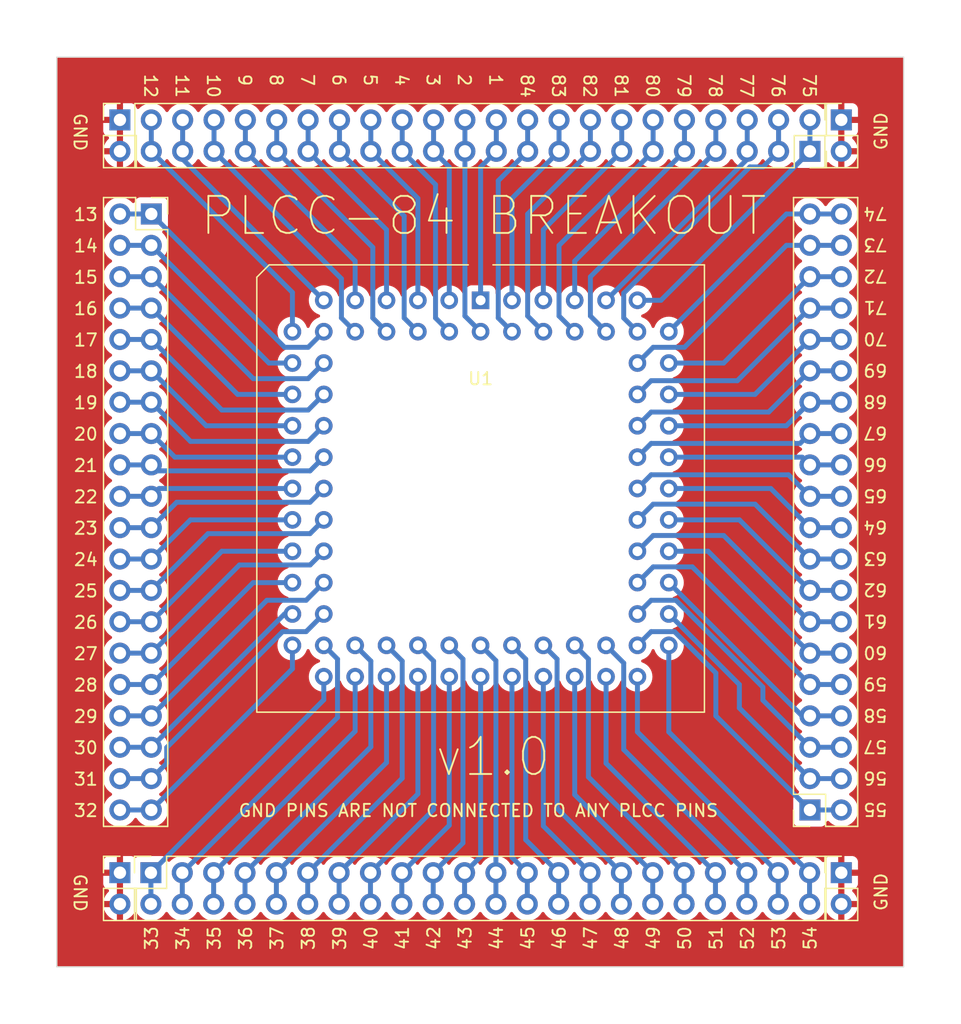
<source format=kicad_pcb>
(kicad_pcb (version 20221018) (generator pcbnew)
  (layers (0 "F.Cu" signal) (31 "B.Cu" signal) (34 "B.Paste" user) (35 "F.Paste" user) (36 "B.SilkS" user "B.Silkscreen") (37 "F.SilkS" user "F.Silkscreen") (38 "B.Mask" user) (39 "F.Mask" user) (44 "Edge.Cuts" user))
  (net 0 "")
  (net 1 "/1")
  (net 2 "/2")
  (net 3 "/3")
  (net 4 "/4")
  (net 5 "/5")
  (net 6 "/6")
  (net 7 "/7")
  (net 8 "/8")
  (net 9 "/9")
  (net 10 "/10")
  (net 11 "/11")
  (net 12 "/12")
  (net 13 "/13")
  (net 14 "/14")
  (net 15 "/15")
  (net 16 "/16")
  (net 17 "/17")
  (net 18 "/18")
  (net 19 "/19")
  (net 20 "/20")
  (net 21 "/21")
  (net 22 "/22")
  (net 23 "/23")
  (net 24 "/24")
  (net 25 "/25")
  (net 26 "/26")
  (net 27 "/27")
  (net 28 "/28")
  (net 29 "/29")
  (net 30 "/30")
  (net 31 "/31")
  (net 32 "/32")
  (net 33 "/33")
  (net 34 "/34")
  (net 35 "/35")
  (net 36 "/36")
  (net 37 "/37")
  (net 38 "/38")
  (net 39 "/39")
  (net 40 "/40")
  (net 41 "/41")
  (net 42 "/42")
  (net 43 "/43")
  (net 44 "/44")
  (net 45 "/45")
  (net 46 "/46")
  (net 47 "/47")
  (net 48 "/48")
  (net 49 "/49")
  (net 50 "/50")
  (net 51 "/51")
  (net 52 "/52")
  (net 53 "/53")
  (net 54 "/54")
  (net 55 "/55")
  (net 56 "/56")
  (net 57 "/57")
  (net 58 "/58")
  (net 59 "/59")
  (net 60 "/60")
  (net 61 "/61")
  (net 62 "/62")
  (net 63 "/63")
  (net 64 "/64")
  (net 65 "/65")
  (net 66 "/66")
  (net 67 "/67")
  (net 68 "/68")
  (net 69 "/69")
  (net 70 "/70")
  (net 71 "/71")
  (net 72 "/72")
  (net 73 "/73")
  (net 74 "/74")
  (net 75 "/75")
  (net 76 "/76")
  (net 77 "/77")
  (net 78 "/78")
  (net 79 "/79")
  (net 80 "/80")
  (net 81 "/81")
  (net 82 "/82")
  (net 83 "/83")
  (net 84 "/84")
  (net 85 "GND")
  (footprint "Connector_PinSocket_2.54mm:PinSocket_2x22_P2.54mm_Vertical" (layer "F.Cu") (at 111.73 124.46 90)
    (fp_text reference "J3" hide)
    (fp_text value "Conn_02x22_Row_Letter_Last")
  )
  (footprint "Connector_PinHeader_2.54mm:PinHeader_1x02_P2.54mm_Vertical" (layer "F.Cu") (at 167.64 63.5)
    (fp_text reference "J8" hide)
    (fp_text value "Conn_01x02")
  )
  (footprint "Connector_PinHeader_2.54mm:PinHeader_1x02_P2.54mm_Vertical" (layer "F.Cu") (at 167.64 124.46)
    (fp_text reference "J7" hide)
    (fp_text value "Conn_01x02")
  )
  (footprint "Connector_PinSocket_2.54mm:PinSocket_2x22_P2.54mm_Vertical" (layer "F.Cu") (at 165.1 66.045 -90)
    (fp_text reference "J1" hide)
    (fp_text value "Conn_02x22_Row_Letter_Last")
  )
  (footprint "Connector_PinHeader_2.54mm:PinHeader_1x02_P2.54mm_Vertical" (layer "F.Cu") (at 109.22 124.46)
    (fp_text reference "J6" hide)
    (fp_text value "Conn_01x02")
  )
  (footprint "Package_LCC:PLCC-84_THT-Socket" (layer "F.Cu") (at 138.43 78.11)
    (fp_text reference "U1")
    (fp_text value "~")
  )
  (footprint "Connector_PinSocket_2.54mm:PinSocket_2x20_P2.54mm_Vertical" (layer "F.Cu") (at 111.76 71.12)
    (fp_text reference "J2" hide)
    (fp_text value "Conn_02x20_Row_Letter_Last")
  )
  (footprint "Connector_PinHeader_2.54mm:PinHeader_1x02_P2.54mm_Vertical" (layer "F.Cu") (at 109.22 63.5)
    (fp_text reference "J5" hide)
    (fp_text value "Conn_01x02")
  )
  (footprint "Connector_PinSocket_2.54mm:PinSocket_2x20_P2.54mm_Vertical" (layer "F.Cu") (at 165.1 119.38 180)
    (fp_text reference "J4" hide)
    (fp_text value "Conn_02x20_Row_Letter_Last")
  )
  (gr_rect (start 104.11 58.42) (end 172.69 132.08) (stroke (width 0.1)) (fill none) (layer "Edge.Cuts"))
  (gr_text "27" (at 105.41 107.315) (layer "F.SilkS") (effects (font (size 1 1)) (justify left bottom)))
  (gr_text "14" (at 105.41 74.295) (layer "F.SilkS") (effects (font (size 1 1)) (justify left bottom)))
  (gr_text "33" (at 112.365 130.81 90) (layer "F.SilkS") (effects (font (size 1 1)) (justify left bottom)))
  (gr_text "79" (at 154.305 59.695 -90) (layer "F.SilkS") (effects (font (size 1 1)) (justify left bottom)))
  (gr_text "54" (at 165.705 130.81 90) (layer "F.SilkS") (effects (font (size 1 1)) (justify left bottom)))
  (gr_text "42" (at 135.225 130.81 90) (layer "F.SilkS") (effects (font (size 1 1)) (justify left bottom)))
  (gr_text "38" (at 125.065 130.81 90) (layer "F.SilkS") (effects (font (size 1 1)) (justify left bottom)))
  (gr_text "68" (at 171.45 85.725 180) (layer "F.SilkS") (effects (font (size 1 1)) (justify left bottom)))
  (gr_text "65" (at 171.45 93.345 180) (layer "F.SilkS") (effects (font (size 1 1)) (justify left bottom)))
  (gr_text "40" (at 130.145 130.81 90) (layer "F.SilkS") (effects (font (size 1 1)) (justify left bottom)))
  (gr_text "70" (at 171.45 80.645 180) (layer "F.SilkS") (effects (font (size 1 1)) (justify left bottom)))
  (gr_text "11" (at 113.665 59.695 -90) (layer "F.SilkS") (effects (font (size 1 1)) (justify left bottom)))
  (gr_text "17" (at 105.41 81.915) (layer "F.SilkS") (effects (font (size 1 1)) (justify left bottom)))
  (gr_text "41" (at 132.685 130.81 90) (layer "F.SilkS") (effects (font (size 1 1)) (justify left bottom)))
  (gr_text "78" (at 156.845 59.695 -90) (layer "F.SilkS") (effects (font (size 1 1)) (justify left bottom)))
  (gr_text "75" (at 164.465 59.695 -90) (layer "F.SilkS") (effects (font (size 1 1)) (justify left bottom)))
  (gr_text "1" (at 139.065 59.695 -90) (layer "F.SilkS") (effects (font (size 1 1)) (justify left bottom)))
  (gr_text "77" (at 159.385 59.695 -90) (layer "F.SilkS") (effects (font (size 1 1)) (justify left bottom)))
  (gr_text "37" (at 122.525 130.81 90) (layer "F.SilkS") (effects (font (size 1 1)) (justify left bottom)))
  (gr_text "GND" (at 171.45 127.635 90) (layer "F.SilkS") (effects (font (size 1 1)) (justify left bottom)))
  (gr_text "28" (at 105.41 109.855) (layer "F.SilkS") (effects (font (size 1 1)) (justify left bottom)))
  (gr_text "23" (at 105.41 97.155) (layer "F.SilkS") (effects (font (size 1 1)) (justify left bottom)))
  (gr_text "25" (at 105.41 102.235) (layer "F.SilkS") (effects (font (size 1 1)) (justify left bottom)))
  (gr_text "34" (at 114.905 130.81 90) (layer "F.SilkS") (effects (font (size 1 1)) (justify left bottom)))
  (gr_text "76" (at 161.925 59.695 -90) (layer "F.SilkS") (effects (font (size 1 1)) (justify left bottom)))
  (gr_text "49" (at 153.005 130.81 90) (layer "F.SilkS") (effects (font (size 1 1)) (justify left bottom)))
  (gr_text "73" (at 171.45 73.025 180) (layer "F.SilkS") (effects (font (size 1 1)) (justify left bottom)))
  (gr_text "80" (at 151.765 59.695 -90) (layer "F.SilkS") (effects (font (size 1 1)) (justify left bottom)))
  (gr_text "47" (at 147.925 130.81 90) (layer "F.SilkS") (effects (font (size 1 1)) (justify left bottom)))
  (gr_text "51" (at 158.085 130.81 90) (layer "F.SilkS") (effects (font (size 1 1)) (justify left bottom)))
  (gr_text "69" (at 171.45 83.185 180) (layer "F.SilkS") (effects (font (size 1 1)) (justify left bottom)))
  (gr_text "64" (at 171.45 95.885 180) (layer "F.SilkS") (effects (font (size 1 1)) (justify left bottom)))
  (gr_text "12" (at 111.125 59.695 -90) (layer "F.SilkS") (effects (font (size 1 1)) (justify left bottom)))
  (gr_text "6" (at 126.365 59.695 -90) (layer "F.SilkS") (effects (font (size 1 1)) (justify left bottom)))
  (gr_text "62" (at 171.45 100.965 180) (layer "F.SilkS") (effects (font (size 1 1)) (justify left bottom)))
  (gr_text "GND PINS ARE NOT CONNECTED TO ANY PLCC PINS" (at 118.745 120.015) (layer "F.SilkS") (effects (font (size 1 1)) (justify left bottom)))
  (gr_text "57" (at 171.45 113.665 180) (layer "F.SilkS") (effects (font (size 1 1)) (justify left bottom)))
  (gr_text "74" (at 171.45 70.485 180) (layer "F.SilkS") (effects (font (size 1 1)) (justify left bottom)))
  (gr_text "10" (at 116.205 59.695 -90) (layer "F.SilkS") (effects (font (size 1 1)) (justify left bottom)))
  (gr_text "60" (at 171.45 106.045 180) (layer "F.SilkS") (effects (font (size 1 1)) (justify left bottom)))
  (gr_text "81" (at 149.225 59.695 -90) (layer "F.SilkS") (effects (font (size 1 1)) (justify left bottom)))
  (gr_text "7" (at 123.825 59.695 -90) (layer "F.SilkS") (effects (font (size 1 1)) (justify left bottom)))
  (gr_text "71" (at 171.45 78.105 180) (layer "F.SilkS") (effects (font (size 1 1)) (justify left bottom)))
  (gr_text "50" (at 155.545 130.81 90) (layer "F.SilkS") (effects (font (size 1 1)) (justify left bottom)))
  (gr_text "19" (at 105.41 86.995) (layer "F.SilkS") (effects (font (size 1 1)) (justify left bottom)))
  (gr_text "53" (at 163.165 130.81 90) (layer "F.SilkS") (effects (font (size 1 1)) (justify left bottom)))
  (gr_text "35" (at 117.445 130.81 90) (layer "F.SilkS") (effects (font (size 1 1)) (justify left bottom)))
  (gr_text "59" (at 171.45 108.585 180) (layer "F.SilkS") (effects (font (size 1 1)) (justify left bottom)))
  (gr_text "v1.0" (at 134.62 116.84) (layer "F.SilkS") (effects (font (size 3 3)) (justify left bottom)))
  (gr_text "22" (at 105.41 94.615) (layer "F.SilkS") (effects (font (size 1 1)) (justify left bottom)))
  (gr_text "8" (at 121.285 59.695 -90) (layer "F.SilkS") (effects (font (size 1 1)) (justify left bottom)))
  (gr_text "21" (at 105.41 92.075) (layer "F.SilkS") (effects (font (size 1 1)) (justify left bottom)))
  (gr_text "29" (at 105.41 112.395) (layer "F.SilkS") (effects (font (size 1 1)) (justify left bottom)))
  (gr_text "63" (at 171.45 98.425 180) (layer "F.SilkS") (effects (font (size 1 1)) (justify left bottom)))
  (gr_text "32" (at 105.41 120.015) (layer "F.SilkS") (effects (font (size 1 1)) (justify left bottom)))
  (gr_text "58" (at 171.45 111.125 180) (layer "F.SilkS") (effects (font (size 1 1)) (justify left bottom)))
  (gr_text "72" (at 171.45 75.565 180) (layer "F.SilkS") (effects (font (size 1 1)) (justify left bottom)))
  (gr_text "GND" (at 105.41 62.865 -90) (layer "F.SilkS") (effects (font (size 1 1)) (justify left bottom)))
  (gr_text "82" (at 146.685 59.695 -90) (layer "F.SilkS") (effects (font (size 1 1)) (justify left bottom)))
  (gr_text "56" (at 171.45 116.205 180) (layer "F.SilkS") (effects (font (size 1 1)) (justify left bottom)))
  (gr_text "83" (at 144.145 59.695 -90) (layer "F.SilkS") (effects (font (size 1 1)) (justify left bottom)))
  (gr_text "24" (at 105.41 99.695) (layer "F.SilkS") (effects (font (size 1 1)) (justify left bottom)))
  (gr_text "16" (at 105.41 79.375) (layer "F.SilkS") (effects (font (size 1 1)) (justify left bottom)))
  (gr_text "55" (at 171.45 118.745 180) (layer "F.SilkS") (effects (font (size 1 1)) (justify left bottom)))
  (gr_text "13" (at 105.41 71.755) (layer "F.SilkS") (effects (font (size 1 1)) (justify left bottom)))
  (gr_text "46" (at 145.385 130.81 90) (layer "F.SilkS") (effects (font (size 1 1)) (justify left bottom)))
  (gr_text "84" (at 141.605 59.695 -90) (layer "F.SilkS") (effects (font (size 1 1)) (justify left bottom)))
  (gr_text "5" (at 128.905 59.695 -90) (layer "F.SilkS") (effects (font (size 1 1)) (justify left bottom)))
  (gr_text "2" (at 136.525 59.695 -90) (layer "F.SilkS") (effects (font (size 1 1)) (justify left bottom)))
  (gr_text "52" (at 160.625 130.81 90) (layer "F.SilkS") (effects (font (size 1 1)) (justify left bottom)))
  (gr_text "31" (at 105.41 117.475) (layer "F.SilkS") (effects (font (size 1 1)) (justify left bottom)))
  (gr_text "48" (at 150.465 130.81 90) (layer "F.SilkS") (effects (font (size 1 1)) (justify left bottom)))
  (gr_text "9" (at 118.745 59.695 -90) (layer "F.SilkS") (effects (font (size 1 1)) (justify left bottom)))
  (gr_text "43" (at 137.765 130.81 90) (layer "F.SilkS") (effects (font (size 1 1)) (justify left bottom)))
  (gr_text "15" (at 105.41 76.835) (layer "F.SilkS") (effects (font (size 1 1)) (justify left bottom)))
  (gr_text "18" (at 105.41 84.455) (layer "F.SilkS") (effects (font (size 1 1)) (justify left bottom)))
  (gr_text "45" (at 142.845 130.81 90) (layer "F.SilkS") (effects (font (size 1 1)) (justify left bottom)))
  (gr_text "39" (at 127.605 130.81 90) (layer "F.SilkS") (effects (font (size 1 1)) (justify left bottom)))
  (gr_text "20" (at 105.41 89.535) (layer "F.SilkS") (effects (font (size 1 1)) (justify left bottom)))
  (gr_text "3" (at 133.985 59.695 -90) (layer "F.SilkS") (effects (font (size 1 1)) (justify left bottom)))
  (gr_text "36" (at 119.985 130.81 90) (layer "F.SilkS") (effects (font (size 1 1)) (justify left bottom)))
  (gr_text "PLCC-84 BREAKOUT" (at 115.57 73.03) (layer "F.SilkS") (effects (font (size 3 3)) (justify left bottom)))
  (gr_text "26" (at 105.41 104.775) (layer "F.SilkS") (effects (font (size 1 1)) (justify left bottom)))
  (gr_text "4" (at 131.445 59.695 -90) (layer "F.SilkS") (effects (font (size 1 1)) (justify left bottom)))
  (gr_text "66" (at 171.45 90.805 180) (layer "F.SilkS") (effects (font (size 1 1)) (justify left bottom)))
  (gr_text "67" (at 171.45 88.265 180) (layer "F.SilkS") (effects (font (size 1 1)) (justify left bottom)))
  (gr_text "GND" (at 105.41 124.46 -90) (layer "F.SilkS") (effects (font (size 1 1)) (justify left bottom)))
  (gr_text "30" (at 105.41 114.935) (layer "F.SilkS") (effects (font (size 1 1)) (justify left bottom)))
  (gr_text "61" (at 171.45 103.505 180) (layer "F.SilkS") (effects (font (size 1 1)) (justify left bottom)))
  (gr_text "GND" (at 171.45 66.04 90) (layer "F.SilkS") (effects (font (size 1 1)) (justify left bottom)))
  (gr_text "44" (at 140.305 130.81 90) (layer "F.SilkS") (effects (font (size 1 1)) (justify left bottom)))
  (segment (start 138.43 78.11) (end 138.43 67.315) (width 0.4) (layer "B.Cu") (net 1))
  (segment (start 139.7 63.505) (end 139.7 66.045) (width 0.4) (layer "B.Cu") (net 1))
  (segment (start 138.43 67.315) (end 139.7 66.045) (width 0.4) (layer "B.Cu") (net 1))
  (segment (start 137.16 79.38) (end 137.16 66.045) (width 0.4) (layer "B.Cu") (net 2))
  (segment (start 138.43 80.65) (end 137.16 79.38) (width 0.4) (layer "B.Cu") (net 2))
  (segment (start 137.16 63.505) (end 137.16 66.045) (width 0.4) (layer "B.Cu") (net 2))
  (segment (start 134.62 63.505) (end 134.62 66.045) (width 0.4) (layer "B.Cu") (net 3))
  (segment (start 135.89 67.315) (end 134.62 66.045) (width 0.4) (layer "B.Cu") (net 3))
  (segment (start 135.89 78.11) (end 135.89 67.315) (width 0.4) (layer "B.Cu") (net 3))
  (segment (start 132.08 63.505) (end 132.08 66.045) (width 0.4) (layer "B.Cu") (net 4))
  (segment (start 134.7788 68.7438) (end 132.08 66.045) (width 0.4) (layer "B.Cu") (net 4))
  (segment (start 134.7788 79.5388) (end 134.7788 68.7438) (width 0.4) (layer "B.Cu") (net 4))
  (segment (start 135.89 80.65) (end 134.7788 79.5388) (width 0.4) (layer "B.Cu") (net 4))
  (segment (start 129.54 63.505) (end 129.54 66.045) (width 0.4) (layer "B.Cu") (net 5))
  (segment (start 133.35 69.855) (end 129.54 66.045) (width 0.4) (layer "B.Cu") (net 5))
  (segment (start 133.35 78.11) (end 133.35 69.855) (width 0.4) (layer "B.Cu") (net 5))
  (segment (start 132.2388 79.5388) (end 132.2388 71.2838) (width 0.4) (layer "B.Cu") (net 6))
  (segment (start 127 63.505) (end 127 66.045) (width 0.4) (layer "B.Cu") (net 6))
  (segment (start 133.35 80.65) (end 132.2388 79.5388) (width 0.4) (layer "B.Cu") (net 6))
  (segment (start 132.2388 71.2838) (end 127 66.045) (width 0.4) (layer "B.Cu") (net 6))
  (segment (start 130.81 78.11) (end 130.81 72.395) (width 0.4) (layer "B.Cu") (net 7))
  (segment (start 124.46 63.505) (end 124.46 66.045) (width 0.4) (layer "B.Cu") (net 7))
  (segment (start 130.81 72.395) (end 124.46 66.045) (width 0.4) (layer "B.Cu") (net 7))
  (segment (start 129.6988 73.8238) (end 121.92 66.045) (width 0.4) (layer "B.Cu") (net 8))
  (segment (start 129.6988 79.5388) (end 129.6988 73.8238) (width 0.4) (layer "B.Cu") (net 8))
  (segment (start 121.92 63.505) (end 121.92 66.045) (width 0.4) (layer "B.Cu") (net 8))
  (segment (start 130.81 80.65) (end 129.6988 79.5388) (width 0.4) (layer "B.Cu") (net 8))
  (segment (start 128.27 74.935) (end 119.38 66.045) (width 0.4) (layer "B.Cu") (net 9))
  (segment (start 119.38 63.505) (end 119.38 66.045) (width 0.4) (layer "B.Cu") (net 9))
  (segment (start 128.27 78.11) (end 128.27 74.935) (width 0.4) (layer "B.Cu") (net 9))
  (segment (start 127.1588 79.5388) (end 127.1588 76.3638) (width 0.4) (layer "B.Cu") (net 10))
  (segment (start 128.27 80.65) (end 127.1588 79.5388) (width 0.4) (layer "B.Cu") (net 10))
  (segment (start 116.84 63.505) (end 116.84 66.045) (width 0.4) (layer "B.Cu") (net 10))
  (segment (start 127.1588 76.3638) (end 116.84 66.045) (width 0.4) (layer "B.Cu") (net 10))
  (segment (start 114.3 66.68) (end 114.3 66.045) (width 0.4) (layer "B.Cu") (net 11))
  (segment (start 125.73 78.11) (end 114.3 66.68) (width 0.4) (layer "B.Cu") (net 11))
  (segment (start 114.3 63.505) (end 114.3 66.045) (width 0.4) (layer "B.Cu") (net 11))
  (segment (start 111.76 63.505) (end 111.76 66.045) (width 0.4) (layer "B.Cu") (net 12))
  (segment (start 123.19 80.65) (end 123.19 77.475) (width 0.4) (layer "B.Cu") (net 12))
  (segment (start 123.19 77.475) (end 111.76 66.045) (width 0.4) (layer "B.Cu") (net 12))
  (segment (start 122.555 81.915) (end 111.76 71.12) (width 0.4) (layer "B.Cu") (net 13))
  (segment (start 125.73 80.65) (end 124.465 81.915) (width 0.4) (layer "B.Cu") (net 13))
  (segment (start 111.76 71.12) (end 109.22 71.12) (width 0.4) (layer "B.Cu") (net 13))
  (segment (start 124.465 81.915) (end 122.555 81.915) (width 0.4) (layer "B.Cu") (net 13))
  (segment (start 123.19 83.19) (end 121.29 83.19) (width 0.4) (layer "B.Cu") (net 14))
  (segment (start 121.29 83.19) (end 111.76 73.66) (width 0.4) (layer "B.Cu") (net 14))
  (segment (start 109.22 73.66) (end 111.76 73.66) (width 0.4) (layer "B.Cu") (net 14))
  (segment (start 111.76 76.2) (end 109.22 76.2) (width 0.4) (layer "B.Cu") (net 15))
  (segment (start 125.73 83.19) (end 124.465 84.455) (width 0.4) (layer "B.Cu") (net 15))
  (segment (start 120.015 84.455) (end 111.76 76.2) (width 0.4) (layer "B.Cu") (net 15))
  (segment (start 124.465 84.455) (end 120.015 84.455) (width 0.4) (layer "B.Cu") (net 15))
  (segment (start 118.75 85.73) (end 111.76 78.74) (width 0.4) (layer "B.Cu") (net 16))
  (segment (start 109.22 78.74) (end 111.76 78.74) (width 0.4) (layer "B.Cu") (net 16))
  (segment (start 123.19 85.73) (end 118.75 85.73) (width 0.4) (layer "B.Cu") (net 16))
  (segment (start 117.475 86.995) (end 111.76 81.28) (width 0.4) (layer "B.Cu") (net 17))
  (segment (start 111.76 81.28) (end 109.22 81.28) (width 0.4) (layer "B.Cu") (net 17))
  (segment (start 125.73 85.73) (end 124.465 86.995) (width 0.4) (layer "B.Cu") (net 17))
  (segment (start 124.465 86.995) (end 117.475 86.995) (width 0.4) (layer "B.Cu") (net 17))
  (segment (start 109.22 83.82) (end 111.76 83.82) (width 0.4) (layer "B.Cu") (net 18))
  (segment (start 116.21 88.27) (end 111.76 83.82) (width 0.4) (layer "B.Cu") (net 18))
  (segment (start 123.19 88.27) (end 116.21 88.27) (width 0.4) (layer "B.Cu") (net 18))
  (segment (start 124.465 89.535) (end 114.935 89.535) (width 0.4) (layer "B.Cu") (net 19))
  (segment (start 114.935 89.535) (end 111.76 86.36) (width 0.4) (layer "B.Cu") (net 19))
  (segment (start 111.76 86.36) (end 109.22 86.36) (width 0.4) (layer "B.Cu") (net 19))
  (segment (start 125.73 88.27) (end 124.465 89.535) (width 0.4) (layer "B.Cu") (net 19))
  (segment (start 109.22 88.9) (end 111.76 88.9) (width 0.4) (layer "B.Cu") (net 20))
  (segment (start 123.19 90.81) (end 113.67 90.81) (width 0.4) (layer "B.Cu") (net 20))
  (segment (start 113.67 90.81) (end 111.76 88.9) (width 0.4) (layer "B.Cu") (net 20))
  (segment (start 125.73 90.81) (end 124.6188 91.9212) (width 0.4) (layer "B.Cu") (net 21))
  (segment (start 112.2412 91.9212) (end 111.76 91.44) (width 0.4) (layer "B.Cu") (net 21))
  (segment (start 124.6188 91.9212) (end 112.2412 91.9212) (width 0.4) (layer "B.Cu") (net 21))
  (segment (start 109.22 91.44) (end 111.76 91.44) (width 0.4) (layer "B.Cu") (net 21))
  (segment (start 112.39 93.35) (end 111.76 93.98) (width 0.4) (layer "B.Cu") (net 22))
  (segment (start 123.19 93.35) (end 112.39 93.35) (width 0.4) (layer "B.Cu") (net 22))
  (segment (start 111.76 93.98) (end 109.22 93.98) (width 0.4) (layer "B.Cu") (net 22))
  (segment (start 109.22 96.52) (end 111.76 96.52) (width 0.4) (layer "B.Cu") (net 23))
  (segment (start 113.8188 94.4612) (end 111.76 96.52) (width 0.4) (layer "B.Cu") (net 23))
  (segment (start 124.6188 94.4612) (end 113.8188 94.4612) (width 0.4) (layer "B.Cu") (net 23))
  (segment (start 125.73 93.35) (end 124.6188 94.4612) (width 0.4) (layer "B.Cu") (net 23))
  (segment (start 123.19 95.89) (end 114.93 95.89) (width 0.4) (layer "B.Cu") (net 24))
  (segment (start 111.76 99.06) (end 109.22 99.06) (width 0.4) (layer "B.Cu") (net 24))
  (segment (start 114.93 95.89) (end 111.76 99.06) (width 0.4) (layer "B.Cu") (net 24))
  (segment (start 125.73 95.89) (end 124.6188 97.0012) (width 0.4) (layer "B.Cu") (net 25))
  (segment (start 116.3588 97.0012) (end 111.76 101.6) (width 0.4) (layer "B.Cu") (net 25))
  (segment (start 109.22 101.6) (end 111.76 101.6) (width 0.4) (layer "B.Cu") (net 25))
  (segment (start 124.6188 97.0012) (end 116.3588 97.0012) (width 0.4) (layer "B.Cu") (net 25))
  (segment (start 111.76 104.14) (end 109.22 104.14) (width 0.4) (layer "B.Cu") (net 26))
  (segment (start 123.19 98.43) (end 117.47 98.43) (width 0.4) (layer "B.Cu") (net 26))
  (segment (start 117.47 98.43) (end 111.76 104.14) (width 0.4) (layer "B.Cu") (net 26))
  (segment (start 124.6188 99.5412) (end 118.8988 99.5412) (width 0.4) (layer "B.Cu") (net 27))
  (segment (start 109.22 106.68) (end 111.76 106.68) (width 0.4) (layer "B.Cu") (net 27))
  (segment (start 125.73 98.43) (end 124.6188 99.5412) (width 0.4) (layer "B.Cu") (net 27))
  (segment (start 118.8988 99.5412) (end 111.76 106.68) (width 0.4) (layer "B.Cu") (net 27))
  (segment (start 111.76 109.22) (end 109.22 109.22) (width 0.4) (layer "B.Cu") (net 28))
  (segment (start 120.01 100.97) (end 111.76 109.22) (width 0.4) (layer "B.Cu") (net 28))
  (segment (start 123.19 100.97) (end 120.01 100.97) (width 0.4) (layer "B.Cu") (net 28))
  (segment (start 109.22 111.76) (end 111.76 111.76) (width 0.4) (layer "B.Cu") (net 29))
  (segment (start 125.73 100.97) (end 124.3012 102.3988) (width 0.4) (layer "B.Cu") (net 29))
  (segment (start 124.3012 102.3988) (end 121.1212 102.3988) (width 0.4) (layer "B.Cu") (net 29))
  (segment (start 121.1212 102.3988) (end 111.76 111.76) (width 0.4) (layer "B.Cu") (net 29))
  (segment (start 111.76 114.3) (end 109.22 114.3) (width 0.4) (layer "B.Cu") (net 30))
  (segment (start 123.19 103.51) (end 122.55 103.51) (width 0.4) (layer "B.Cu") (net 30))
  (segment (start 122.55 103.51) (end 111.76 114.3) (width 0.4) (layer "B.Cu") (net 30))
  (segment (start 122.3912 104.9388) (end 113.01 114.32) (width 0.4) (layer "B.Cu") (net 31))
  (segment (start 113.01 114.32) (end 113.01 115.59) (width 0.4) (layer "B.Cu") (net 31))
  (segment (start 109.22 116.84) (end 111.76 116.84) (width 0.4) (layer "B.Cu") (net 31))
  (segment (start 125.73 103.51) (end 124.3012 104.9388) (width 0.4) (layer "B.Cu") (net 31))
  (segment (start 124.3012 104.9388) (end 122.3912 104.9388) (width 0.4) (layer "B.Cu") (net 31))
  (segment (start 113.01 115.59) (end 111.76 116.84) (width 0.4) (layer "B.Cu") (net 31))
  (segment (start 123.19 106.05) (end 123.19 107.95) (width 0.4) (layer "B.Cu") (net 32))
  (segment (start 109.22 119.38) (end 111.76 119.38) (width 0.4) (layer "B.Cu") (net 32))
  (segment (start 123.19 107.95) (end 111.76 119.38) (width 0.4) (layer "B.Cu") (net 32))
  (segment (start 125.73 108.59) (end 125.73 110.46) (width 0.4) (layer "B.Cu") (net 33))
  (segment (start 111.73 124.46) (end 111.73 127) (width 0.4) (layer "B.Cu") (net 33))
  (segment (start 125.73 110.46) (end 111.73 124.46) (width 0.4) (layer "B.Cu") (net 33))
  (segment (start 125.73 106.05) (end 126.8412 107.1612) (width 0.4) (layer "B.Cu") (net 34))
  (segment (start 114.27 124.46) (end 114.27 127) (width 0.4) (layer "B.Cu") (net 34))
  (segment (start 126.8412 111.8888) (end 114.27 124.46) (width 0.4) (layer "B.Cu") (net 34))
  (segment (start 126.8412 107.1612) (end 126.8412 111.8888) (width 0.4) (layer "B.Cu") (net 34))
  (segment (start 128.27 113) (end 116.81 124.46) (width 0.4) (layer "B.Cu") (net 35))
  (segment (start 116.81 124.46) (end 116.81 127) (width 0.4) (layer "B.Cu") (net 35))
  (segment (start 128.27 108.59) (end 128.27 113) (width 0.4) (layer "B.Cu") (net 35))
  (segment (start 129.54 107.32) (end 129.54 114.27) (width 0.4) (layer "B.Cu") (net 36))
  (segment (start 119.35 124.46) (end 119.35 127) (width 0.4) (layer "B.Cu") (net 36))
  (segment (start 128.27 106.05) (end 129.54 107.32) (width 0.4) (layer "B.Cu") (net 36))
  (segment (start 129.54 114.27) (end 119.35 124.46) (width 0.4) (layer "B.Cu") (net 36))
  (segment (start 121.89 124.46) (end 121.89 127) (width 0.4) (layer "B.Cu") (net 37))
  (segment (start 130.81 115.54) (end 121.89 124.46) (width 0.4) (layer "B.Cu") (net 37))
  (segment (start 130.81 108.59) (end 130.81 115.54) (width 0.4) (layer "B.Cu") (net 37))
  (segment (start 124.43 124.46) (end 124.43 127) (width 0.4) (layer "B.Cu") (net 38))
  (segment (start 132.08 116.81) (end 124.43 124.46) (width 0.4) (layer "B.Cu") (net 38))
  (segment (start 130.81 106.05) (end 132.08 107.32) (width 0.4) (layer "B.Cu") (net 38))
  (segment (start 132.08 107.32) (end 132.08 116.81) (width 0.4) (layer "B.Cu") (net 38))
  (segment (start 133.35 118.08) (end 126.97 124.46) (width 0.4) (layer "B.Cu") (net 39))
  (segment (start 133.35 108.59) (end 133.35 118.08) (width 0.4) (layer "B.Cu") (net 39))
  (segment (start 126.97 124.46) (end 126.97 127) (width 0.4) (layer "B.Cu") (net 39))
  (segment (start 134.62 119.35) (end 129.51 124.46) (width 0.4) (layer "B.Cu") (net 40))
  (segment (start 134.62 107.32) (end 134.62 119.35) (width 0.4) (layer "B.Cu") (net 40))
  (segment (start 133.35 106.05) (end 134.62 107.32) (width 0.4) (layer "B.Cu") (net 40))
  (segment (start 129.51 124.46) (end 129.51 127) (width 0.4) (layer "B.Cu") (net 40))
  (segment (start 135.89 120.62) (end 132.05 124.46) (width 0.4) (layer "B.Cu") (net 41))
  (segment (start 132.05 124.46) (end 132.05 127) (width 0.4) (layer "B.Cu") (net 41))
  (segment (start 135.89 108.59) (end 135.89 120.62) (width 0.4) (layer "B.Cu") (net 41))
  (segment (start 135.89 106.05) (end 137.0012 107.1612) (width 0.4) (layer "B.Cu") (net 42))
  (segment (start 134.59 124.46) (end 134.59 127) (width 0.4) (layer "B.Cu") (net 42))
  (segment (start 137.0012 107.1612) (end 137.0012 122.0488) (width 0.4) (layer "B.Cu") (net 42))
  (segment (start 137.0012 122.0488) (end 134.59 124.46) (width 0.4) (layer "B.Cu") (net 42))
  (segment (start 138.43 108.59) (end 138.43 123.16) (width 0.4) (layer "B.Cu") (net 43))
  (segment (start 138.43 123.16) (end 137.13 124.46) (width 0.4) (layer "B.Cu") (net 43))
  (segment (start 137.13 124.46) (end 137.13 127) (width 0.4) (layer "B.Cu") (net 43))
  (segment (start 139.67 107.29) (end 139.67 124.46) (width 0.4) (layer "B.Cu") (net 44))
  (segment (start 138.43 106.05) (end 139.67 107.29) (width 0.4) (layer "B.Cu") (net 44))
  (segment (start 139.67 124.46) (end 139.67 127) (width 0.4) (layer "B.Cu") (net 44))
  (segment (start 140.97 123.22) (end 142.21 124.46) (width 0.4) (layer "B.Cu") (net 45))
  (segment (start 142.21 124.46) (end 142.21 127) (width 0.4) (layer "B.Cu") (net 45))
  (segment (start 140.97 108.59) (end 140.97 123.22) (width 0.4) (layer "B.Cu") (net 45))
  (segment (start 140.97 106.05) (end 142.0812 107.1612) (width 0.4) (layer "B.Cu") (net 46))
  (segment (start 142.0812 121.7912) (end 144.75 124.46) (width 0.4) (layer "B.Cu") (net 46))
  (segment (start 144.75 124.46) (end 144.75 127) (width 0.4) (layer "B.Cu") (net 46))
  (segment (start 142.0812 107.1612) (end 142.0812 121.7912) (width 0.4) (layer "B.Cu") (net 46))
  (segment (start 143.51 108.59) (end 143.51 120.68) (width 0.4) (layer "B.Cu") (net 47))
  (segment (start 143.51 120.68) (end 147.29 124.46) (width 0.4) (layer "B.Cu") (net 47))
  (segment (start 147.29 124.46) (end 147.29 127) (width 0.4) (layer "B.Cu") (net 47))
  (segment (start 144.6212 119.2512) (end 149.83 124.46) (width 0.4) (layer "B.Cu") (net 48))
  (segment (start 143.51 106.05) (end 144.6212 107.1612) (width 0.4) (layer "B.Cu") (net 48))
  (segment (start 149.83 124.46) (end 149.83 127) (width 0.4) (layer "B.Cu") (net 48))
  (segment (start 144.6212 107.1612) (end 144.6212 119.2512) (width 0.4) (layer "B.Cu") (net 48))
  (segment (start 152.37 124.46) (end 152.37 127) (width 0.4) (layer "B.Cu") (net 49))
  (segment (start 146.05 118.14) (end 152.37 124.46) (width 0.4) (layer "B.Cu") (net 49))
  (segment (start 146.05 108.59) (end 146.05 118.14) (width 0.4) (layer "B.Cu") (net 49))
  (segment (start 147.1612 107.1612) (end 147.1612 116.7112) (width 0.4) (layer "B.Cu") (net 50))
  (segment (start 146.05 106.05) (end 147.1612 107.1612) (width 0.4) (layer "B.Cu") (net 50))
  (segment (start 147.1612 116.7112) (end 154.91 124.46) (width 0.4) (layer "B.Cu") (net 50))
  (segment (start 154.91 124.46) (end 154.91 127) (width 0.4) (layer "B.Cu") (net 50))
  (segment (start 148.59 108.59) (end 148.59 115.6) (width 0.4) (layer "B.Cu") (net 51))
  (segment (start 157.45 124.46) (end 157.45 127) (width 0.4) (layer "B.Cu") (net 51))
  (segment (start 148.59 115.6) (end 157.45 124.46) (width 0.4) (layer "B.Cu") (net 51))
  (segment (start 150.0188 114.4888) (end 159.99 124.46) (width 0.4) (layer "B.Cu") (net 52))
  (segment (start 159.99 124.46) (end 159.99 127) (width 0.4) (layer "B.Cu") (net 52))
  (segment (start 150.0188 107.4788) (end 150.0188 114.4888) (width 0.4) (layer "B.Cu") (net 52))
  (segment (start 148.59 106.05) (end 150.0188 107.4788) (width 0.4) (layer "B.Cu") (net 52))
  (segment (start 151.13 113.06) (end 162.53 124.46) (width 0.4) (layer "B.Cu") (net 53))
  (segment (start 162.53 124.46) (end 162.53 127) (width 0.4) (layer "B.Cu") (net 53))
  (segment (start 151.13 108.59) (end 151.13 113.06) (width 0.4) (layer "B.Cu") (net 53))
  (segment (start 165.07 127) (end 165.07 124.46) (width 0.4) (layer "B.Cu") (net 54))
  (segment (start 153.67 106.05) (end 153.67 113.06) (width 0.4) (layer "B.Cu") (net 54))
  (segment (start 153.67 113.06) (end 165.07 124.46) (width 0.4) (layer "B.Cu") (net 54))
  (segment (start 157.48 111.76) (end 165.1 119.38) (width 0.4) (layer "B.Cu") (net 55))
  (segment (start 151.13 106.05) (end 152.2412 104.9388) (width 0.4) (layer "B.Cu") (net 55))
  (segment (start 152.2412 104.9388) (end 154.130275 104.9388) (width 0.4) (layer "B.Cu") (net 55))
  (segment (start 154.130275 104.9388) (end 157.48 108.288525) (width 0.4) (layer "B.Cu") (net 55))
  (segment (start 167.64 119.38) (end 165.1 119.38) (width 0.4) (layer "B.Cu") (net 55))
  (segment (start 157.48 108.288525) (end 157.48 111.76) (width 0.4) (layer "B.Cu") (net 55))
  (segment (start 159.385 111.125) (end 165.1 116.84) (width 0.4) (layer "B.Cu") (net 56))
  (segment (start 165.1 116.84) (end 167.64 116.84) (width 0.4) (layer "B.Cu") (net 56))
  (segment (start 153.67 103.51) (end 159.385 109.225) (width 0.4) (layer "B.Cu") (net 56))
  (segment (start 159.385 109.225) (end 159.385 111.125) (width 0.4) (layer "B.Cu") (net 56))
  (segment (start 154.250272 102.3988) (end 161.29 109.438528) (width 0.4) (layer "B.Cu") (net 57))
  (segment (start 161.29 110.49) (end 165.1 114.3) (width 0.4) (layer "B.Cu") (net 57))
  (segment (start 167.64 114.3) (end 165.1 114.3) (width 0.4) (layer "B.Cu") (net 57))
  (segment (start 152.2412 102.3988) (end 154.250272 102.3988) (width 0.4) (layer "B.Cu") (net 57))
  (segment (start 161.29 109.438528) (end 161.29 110.49) (width 0.4) (layer "B.Cu") (net 57))
  (segment (start 151.13 103.51) (end 152.2412 102.3988) (width 0.4) (layer "B.Cu") (net 57))
  (segment (start 153.67 100.97) (end 164.46 111.76) (width 0.4) (layer "B.Cu") (net 58))
  (segment (start 164.46 111.76) (end 165.1 111.76) (width 0.4) (layer "B.Cu") (net 58))
  (segment (start 165.1 111.76) (end 167.64 111.76) (width 0.4) (layer "B.Cu") (net 58))
  (segment (start 155.575 99.695) (end 165.1 109.22) (width 0.4) (layer "B.Cu") (net 59))
  (segment (start 167.64 109.22) (end 165.1 109.22) (width 0.4) (layer "B.Cu") (net 59))
  (segment (start 151.13 100.97) (end 152.405 99.695) (width 0.4) (layer "B.Cu") (net 59))
  (segment (start 152.405 99.695) (end 155.575 99.695) (width 0.4) (layer "B.Cu") (net 59))
  (segment (start 156.85 98.43) (end 165.1 106.68) (width 0.4) (layer "B.Cu") (net 60))
  (segment (start 165.1 106.68) (end 167.64 106.68) (width 0.4) (layer "B.Cu") (net 60))
  (segment (start 153.67 98.43) (end 156.85 98.43) (width 0.4) (layer "B.Cu") (net 60))
  (segment (start 167.64 104.14) (end 165.1 104.14) (width 0.4) (layer "B.Cu") (net 61))
  (segment (start 152.405 97.155) (end 158.115 97.155) (width 0.4) (layer "B.Cu") (net 61))
  (segment (start 158.115 97.155) (end 165.1 104.14) (width 0.4) (layer "B.Cu") (net 61))
  (segment (start 151.13 98.43) (end 152.405 97.155) (width 0.4) (layer "B.Cu") (net 61))
  (segment (start 165.1 101.6) (end 167.64 101.6) (width 0.4) (layer "B.Cu") (net 62))
  (segment (start 159.39 95.89) (end 165.1 101.6) (width 0.4) (layer "B.Cu") (net 62))
  (segment (start 153.67 95.89) (end 159.39 95.89) (width 0.4) (layer "B.Cu") (net 62))
  (segment (start 151.13 95.89) (end 152.405 94.615) (width 0.4) (layer "B.Cu") (net 63))
  (segment (start 160.655 94.615) (end 165.1 99.06) (width 0.4) (layer "B.Cu") (net 63))
  (segment (start 167.64 99.06) (end 165.1 99.06) (width 0.4) (layer "B.Cu") (net 63))
  (segment (start 152.405 94.615) (end 160.655 94.615) (width 0.4) (layer "B.Cu") (net 63))
  (segment (start 153.67 93.35) (end 161.93 93.35) (width 0.4) (layer "B.Cu") (net 64))
  (segment (start 165.1 96.52) (end 167.64 96.52) (width 0.4) (layer "B.Cu") (net 64))
  (segment (start 161.93 93.35) (end 165.1 96.52) (width 0.4) (layer "B.Cu") (net 64))
  (segment (start 167.64 93.98) (end 165.1 93.98) (width 0.4) (layer "B.Cu") (net 65))
  (segment (start 152.2412 92.2388) (end 163.3588 92.2388) (width 0.4) (layer "B.Cu") (net 65))
  (segment (start 151.13 93.35) (end 152.2412 92.2388) (width 0.4) (layer "B.Cu") (net 65))
  (segment (start 163.3588 92.2388) (end 165.1 93.98) (width 0.4) (layer "B.Cu") (net 65))
  (segment (start 165.1 91.44) (end 167.64 91.44) (width 0.4) (layer "B.Cu") (net 66))
  (segment (start 153.67 90.81) (end 164.47 90.81) (width 0.4) (layer "B.Cu") (net 66))
  (segment (start 164.47 90.81) (end 165.1 91.44) (width 0.4) (layer "B.Cu") (net 66))
  (segment (start 164.3012 89.6988) (end 165.1 88.9) (width 0.4) (layer "B.Cu") (net 67))
  (segment (start 167.64 88.9) (end 165.1 88.9) (width 0.4) (layer "B.Cu") (net 67))
  (segment (start 151.13 90.81) (end 152.2412 89.6988) (width 0.4) (layer "B.Cu") (net 67))
  (segment (start 152.2412 89.6988) (end 164.3012 89.6988) (width 0.4) (layer "B.Cu") (net 67))
  (segment (start 163.19 88.27) (end 165.1 86.36) (width 0.4) (layer "B.Cu") (net 68))
  (segment (start 165.1 86.36) (end 167.64 86.36) (width 0.4) (layer "B.Cu") (net 68))
  (segment (start 153.67 88.27) (end 163.19 88.27) (width 0.4) (layer "B.Cu") (net 68))
  (segment (start 151.13 88.27) (end 152.2412 87.1588) (width 0.4) (layer "B.Cu") (net 69))
  (segment (start 167.64 83.82) (end 165.1 83.82) (width 0.4) (layer "B.Cu") (net 69))
  (segment (start 161.7612 87.1588) (end 165.1 83.82) (width 0.4) (layer "B.Cu") (net 69))
  (segment (start 152.2412 87.1588) (end 161.7612 87.1588) (width 0.4) (layer "B.Cu") (net 69))
  (segment (start 160.65 85.73) (end 165.1 81.28) (width 0.4) (layer "B.Cu") (net 70))
  (segment (start 165.1 81.28) (end 167.64 81.28) (width 0.4) (layer "B.Cu") (net 70))
  (segment (start 153.67 85.73) (end 160.65 85.73) (width 0.4) (layer "B.Cu") (net 70))
  (segment (start 152.2412 84.6188) (end 159.2212 84.6188) (width 0.4) (layer "B.Cu") (net 71))
  (segment (start 167.64 78.74) (end 165.1 78.74) (width 0.4) (layer "B.Cu") (net 71))
  (segment (start 151.13 85.73) (end 152.2412 84.6188) (width 0.4) (layer "B.Cu") (net 71))
  (segment (start 159.2212 84.6188) (end 165.1 78.74) (width 0.4) (layer "B.Cu") (net 71))
  (segment (start 153.67 83.19) (end 158.11 83.19) (width 0.4) (layer "B.Cu") (net 72))
  (segment (start 158.11 83.19) (end 165.1 76.2) (width 0.4) (layer "B.Cu") (net 72))
  (segment (start 165.1 76.2) (end 167.64 76.2) (width 0.4) (layer "B.Cu") (net 72))
  (segment (start 152.405 81.915) (end 151.13 83.19) (width 0.4) (layer "B.Cu") (net 73))
  (segment (start 154.94 81.915) (end 163.195 73.66) (width 0.4) (layer "B.Cu") (net 73))
  (segment (start 167.64 73.66) (end 165.1 73.66) (width 0.4) (layer "B.Cu") (net 73))
  (segment (start 154.94 81.915) (end 152.405 81.915) (width 0.4) (layer "B.Cu") (net 73))
  (segment (start 163.195 73.66) (end 165.1 73.66) (width 0.4) (layer "B.Cu") (net 73))
  (segment (start 153.67 80.65) (end 163.2 71.12) (width 0.4) (layer "B.Cu") (net 74))
  (segment (start 165.1 71.12) (end 167.64 71.12) (width 0.4) (layer "B.Cu") (net 74))
  (segment (start 163.2 71.12) (end 165.1 71.12) (width 0.4) (layer "B.Cu") (net 74))
  (segment (start 165.1 63.505) (end 165.1 66.045) (width 0.4) (layer "B.Cu") (net 75))
  (segment (start 151.13 78.11) (end 153.035 78.11) (width 0.4) (layer "B.Cu") (net 75))
  (segment (start 153.035 78.11) (end 165.1 66.045) (width 0.4) (layer "B.Cu") (net 75))
  (segment (start 150.0188 77.529728) (end 160.238528 67.31) (width 0.4) (layer "B.Cu") (net 76))
  (segment (start 151.13 80.65) (end 150.0188 79.5388) (width 0.4) (layer "B.Cu") (net 76))
  (segment (start 161.295 67.31) (end 162.56 66.045) (width 0.4) (layer "B.Cu") (net 76))
  (segment (start 150.0188 79.5388) (end 150.0188 77.529728) (width 0.4) (layer "B.Cu") (net 76))
  (segment (start 162.56 63.505) (end 162.56 66.045) (width 0.4) (layer "B.Cu") (net 76))
  (segment (start 160.238528 67.31) (end 161.295 67.31) (width 0.4) (layer "B.Cu") (net 76))
  (segment (start 148.59 78.11) (end 160.02 66.68) (width 0.4) (layer "B.Cu") (net 77))
  (segment (start 160.02 63.505) (end 160.02 66.045) (width 0.4) (layer "B.Cu") (net 77))
  (segment (start 160.02 66.68) (end 160.02 66.045) (width 0.4) (layer "B.Cu") (net 77))
  (segment (start 157.48 66.045) (end 157.48 63.505) (width 0.4) (layer "B.Cu") (net 78))
  (segment (start 148.59 80.65) (end 147.32 79.38) (width 0.4) (layer "B.Cu") (net 78))
  (segment (start 147.32 79.38) (end 147.32 76.205) (width 0.4) (layer "B.Cu") (net 78))
  (segment (start 147.32 76.205) (end 157.48 66.045) (width 0.4) (layer "B.Cu") (net 78))
  (segment (start 146.05 74.935) (end 154.94 66.045) (width 0.4) (layer "B.Cu") (net 79))
  (segment (start 154.94 63.505) (end 154.94 66.045) (width 0.4) (layer "B.Cu") (net 79))
  (segment (start 146.05 78.11) (end 146.05 74.935) (width 0.4) (layer "B.Cu") (net 79))
  (segment (start 152.4 63.505) (end 152.4 66.045) (width 0.4) (layer "B.Cu") (net 80))
  (segment (start 144.78 79.38) (end 144.78 73.665) (width 0.4) (layer "B.Cu") (net 80))
  (segment (start 144.78 73.665) (end 152.4 66.045) (width 0.4) (layer "B.Cu") (net 80))
  (segment (start 146.05 80.65) (end 144.78 79.38) (width 0.4) (layer "B.Cu") (net 80))
  (segment (start 143.51 78.11) (end 143.51 72.395) (width 0.4) (layer "B.Cu") (net 81))
  (segment (start 143.51 72.395) (end 149.86 66.045) (width 0.4) (layer "B.Cu") (net 81))
  (segment (start 149.86 63.505) (end 149.86 66.045) (width 0.4) (layer "B.Cu") (net 81))
  (segment (start 142.24 79.38) (end 142.24 71.125) (width 0.4) (layer "B.Cu") (net 82))
  (segment (start 143.51 80.65) (end 142.24 79.38) (width 0.4) (layer "B.Cu") (net 82))
  (segment (start 147.32 63.505) (end 147.32 66.045) (width 0.4) (layer "B.Cu") (net 82))
  (segment (start 142.24 71.125) (end 147.32 66.045) (width 0.4) (layer "B.Cu") (net 82))
  (segment (start 140.97 78.11) (end 140.97 69.855) (width 0.4) (layer "B.Cu") (net 83))
  (segment (start 144.78 63.505) (end 144.78 66.045) (width 0.4) (layer "B.Cu") (net 83))
  (segment (start 140.97 69.855) (end 144.78 66.045) (width 0.4) (layer "B.Cu") (net 83))
  (segment (start 142.24 63.505) (end 142.24 66.045) (width 0.4) (layer "B.Cu") (net 84))
  (segment (start 140.97 80.65) (end 139.8588 79.5388) (width 0.4) (layer "B.Cu") (net 84))
  (segment (start 139.8588 79.5388) (end 139.8588 68.4262) (width 0.4) (layer "B.Cu") (net 84))
  (segment (start 139.8588 68.4262) (end 142.24 66.045) (width 0.4) (layer "B.Cu") (net 84))
  (zone (net 85) (net_name "GND") (layer "F.Cu") (connect_pads (clearance 0.5)) (min_thickness 0.25) (fill yes (thermal_gap 0.5) (thermal_bridge_width 0.5))
    (polygon (pts (xy 104.14 58.425) (xy 172.72 58.425) (xy 172.72 132.085) (xy 104.14 132.085)))
  )
)
</source>
